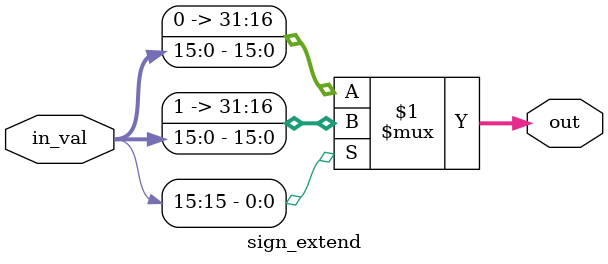
<source format=v>
module sign_extend(input [15:0] in_val, output [31:0] out);
assign out = (in_val[15]) ? {16'b1111111111111111, in_val} : {16'b0000000000000000, in_val};
endmodule

// module test;
// reg [15:0] in_val;
// wire [31:0] out;

// sign_extend shiftl2(in_val, out);

// initial begin
//     $dumpfile("sign_extend.vcd");
//     $dumpvars(0, test);
//     #10 in_val = 16'b1000000000111110;
//     #10 in_val = 16'b0000000100001001;
// end
// endmodule
</source>
